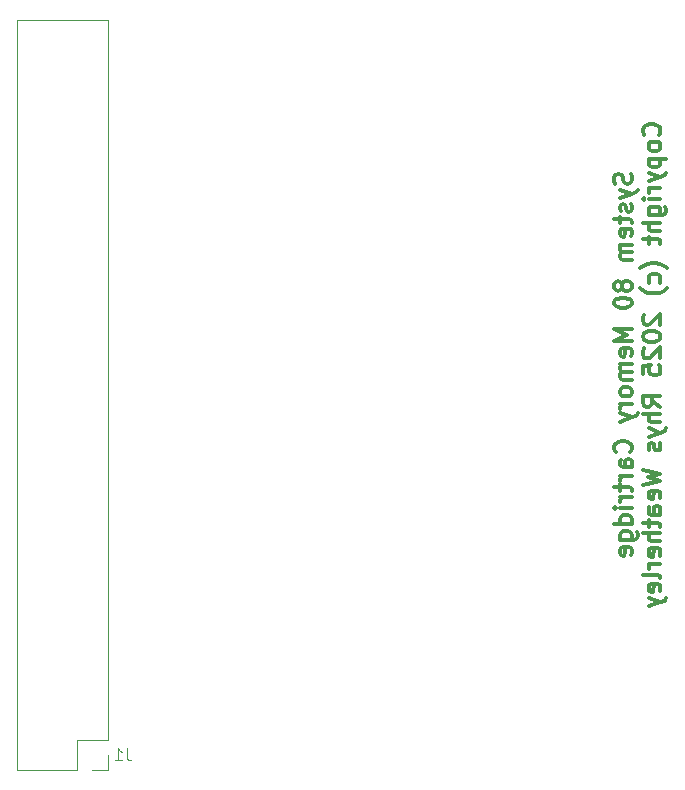
<source format=gbo>
G04 #@! TF.GenerationSoftware,KiCad,Pcbnew,8.0.9-8.0.9-0~ubuntu22.04.1*
G04 #@! TF.CreationDate,2025-06-29T10:23:49+10:00*
G04 #@! TF.ProjectId,Memory_Expansion_Cartridge,4d656d6f-7279-45f4-9578-70616e73696f,rev?*
G04 #@! TF.SameCoordinates,Original*
G04 #@! TF.FileFunction,Legend,Bot*
G04 #@! TF.FilePolarity,Positive*
%FSLAX46Y46*%
G04 Gerber Fmt 4.6, Leading zero omitted, Abs format (unit mm)*
G04 Created by KiCad (PCBNEW 8.0.9-8.0.9-0~ubuntu22.04.1) date 2025-06-29 10:23:49*
%MOMM*%
%LPD*%
G01*
G04 APERTURE LIST*
%ADD10C,0.300000*%
%ADD11C,0.100000*%
%ADD12C,0.120000*%
G04 APERTURE END LIST*
D10*
X150984484Y-68911430D02*
X151055912Y-69125716D01*
X151055912Y-69125716D02*
X151055912Y-69482858D01*
X151055912Y-69482858D02*
X150984484Y-69625716D01*
X150984484Y-69625716D02*
X150913055Y-69697144D01*
X150913055Y-69697144D02*
X150770198Y-69768573D01*
X150770198Y-69768573D02*
X150627341Y-69768573D01*
X150627341Y-69768573D02*
X150484484Y-69697144D01*
X150484484Y-69697144D02*
X150413055Y-69625716D01*
X150413055Y-69625716D02*
X150341626Y-69482858D01*
X150341626Y-69482858D02*
X150270198Y-69197144D01*
X150270198Y-69197144D02*
X150198769Y-69054287D01*
X150198769Y-69054287D02*
X150127341Y-68982858D01*
X150127341Y-68982858D02*
X149984484Y-68911430D01*
X149984484Y-68911430D02*
X149841626Y-68911430D01*
X149841626Y-68911430D02*
X149698769Y-68982858D01*
X149698769Y-68982858D02*
X149627341Y-69054287D01*
X149627341Y-69054287D02*
X149555912Y-69197144D01*
X149555912Y-69197144D02*
X149555912Y-69554287D01*
X149555912Y-69554287D02*
X149627341Y-69768573D01*
X150055912Y-70268572D02*
X151055912Y-70625715D01*
X150055912Y-70982858D02*
X151055912Y-70625715D01*
X151055912Y-70625715D02*
X151413055Y-70482858D01*
X151413055Y-70482858D02*
X151484484Y-70411429D01*
X151484484Y-70411429D02*
X151555912Y-70268572D01*
X150984484Y-71482858D02*
X151055912Y-71625715D01*
X151055912Y-71625715D02*
X151055912Y-71911429D01*
X151055912Y-71911429D02*
X150984484Y-72054286D01*
X150984484Y-72054286D02*
X150841626Y-72125715D01*
X150841626Y-72125715D02*
X150770198Y-72125715D01*
X150770198Y-72125715D02*
X150627341Y-72054286D01*
X150627341Y-72054286D02*
X150555912Y-71911429D01*
X150555912Y-71911429D02*
X150555912Y-71697144D01*
X150555912Y-71697144D02*
X150484484Y-71554286D01*
X150484484Y-71554286D02*
X150341626Y-71482858D01*
X150341626Y-71482858D02*
X150270198Y-71482858D01*
X150270198Y-71482858D02*
X150127341Y-71554286D01*
X150127341Y-71554286D02*
X150055912Y-71697144D01*
X150055912Y-71697144D02*
X150055912Y-71911429D01*
X150055912Y-71911429D02*
X150127341Y-72054286D01*
X150055912Y-72554287D02*
X150055912Y-73125715D01*
X149555912Y-72768572D02*
X150841626Y-72768572D01*
X150841626Y-72768572D02*
X150984484Y-72840001D01*
X150984484Y-72840001D02*
X151055912Y-72982858D01*
X151055912Y-72982858D02*
X151055912Y-73125715D01*
X150984484Y-74197144D02*
X151055912Y-74054287D01*
X151055912Y-74054287D02*
X151055912Y-73768573D01*
X151055912Y-73768573D02*
X150984484Y-73625715D01*
X150984484Y-73625715D02*
X150841626Y-73554287D01*
X150841626Y-73554287D02*
X150270198Y-73554287D01*
X150270198Y-73554287D02*
X150127341Y-73625715D01*
X150127341Y-73625715D02*
X150055912Y-73768573D01*
X150055912Y-73768573D02*
X150055912Y-74054287D01*
X150055912Y-74054287D02*
X150127341Y-74197144D01*
X150127341Y-74197144D02*
X150270198Y-74268573D01*
X150270198Y-74268573D02*
X150413055Y-74268573D01*
X150413055Y-74268573D02*
X150555912Y-73554287D01*
X151055912Y-74911429D02*
X150055912Y-74911429D01*
X150198769Y-74911429D02*
X150127341Y-74982858D01*
X150127341Y-74982858D02*
X150055912Y-75125715D01*
X150055912Y-75125715D02*
X150055912Y-75340001D01*
X150055912Y-75340001D02*
X150127341Y-75482858D01*
X150127341Y-75482858D02*
X150270198Y-75554287D01*
X150270198Y-75554287D02*
X151055912Y-75554287D01*
X150270198Y-75554287D02*
X150127341Y-75625715D01*
X150127341Y-75625715D02*
X150055912Y-75768572D01*
X150055912Y-75768572D02*
X150055912Y-75982858D01*
X150055912Y-75982858D02*
X150127341Y-76125715D01*
X150127341Y-76125715D02*
X150270198Y-76197144D01*
X150270198Y-76197144D02*
X151055912Y-76197144D01*
X150198769Y-78268572D02*
X150127341Y-78125715D01*
X150127341Y-78125715D02*
X150055912Y-78054286D01*
X150055912Y-78054286D02*
X149913055Y-77982858D01*
X149913055Y-77982858D02*
X149841626Y-77982858D01*
X149841626Y-77982858D02*
X149698769Y-78054286D01*
X149698769Y-78054286D02*
X149627341Y-78125715D01*
X149627341Y-78125715D02*
X149555912Y-78268572D01*
X149555912Y-78268572D02*
X149555912Y-78554286D01*
X149555912Y-78554286D02*
X149627341Y-78697144D01*
X149627341Y-78697144D02*
X149698769Y-78768572D01*
X149698769Y-78768572D02*
X149841626Y-78840001D01*
X149841626Y-78840001D02*
X149913055Y-78840001D01*
X149913055Y-78840001D02*
X150055912Y-78768572D01*
X150055912Y-78768572D02*
X150127341Y-78697144D01*
X150127341Y-78697144D02*
X150198769Y-78554286D01*
X150198769Y-78554286D02*
X150198769Y-78268572D01*
X150198769Y-78268572D02*
X150270198Y-78125715D01*
X150270198Y-78125715D02*
X150341626Y-78054286D01*
X150341626Y-78054286D02*
X150484484Y-77982858D01*
X150484484Y-77982858D02*
X150770198Y-77982858D01*
X150770198Y-77982858D02*
X150913055Y-78054286D01*
X150913055Y-78054286D02*
X150984484Y-78125715D01*
X150984484Y-78125715D02*
X151055912Y-78268572D01*
X151055912Y-78268572D02*
X151055912Y-78554286D01*
X151055912Y-78554286D02*
X150984484Y-78697144D01*
X150984484Y-78697144D02*
X150913055Y-78768572D01*
X150913055Y-78768572D02*
X150770198Y-78840001D01*
X150770198Y-78840001D02*
X150484484Y-78840001D01*
X150484484Y-78840001D02*
X150341626Y-78768572D01*
X150341626Y-78768572D02*
X150270198Y-78697144D01*
X150270198Y-78697144D02*
X150198769Y-78554286D01*
X149555912Y-79768572D02*
X149555912Y-79911429D01*
X149555912Y-79911429D02*
X149627341Y-80054286D01*
X149627341Y-80054286D02*
X149698769Y-80125715D01*
X149698769Y-80125715D02*
X149841626Y-80197143D01*
X149841626Y-80197143D02*
X150127341Y-80268572D01*
X150127341Y-80268572D02*
X150484484Y-80268572D01*
X150484484Y-80268572D02*
X150770198Y-80197143D01*
X150770198Y-80197143D02*
X150913055Y-80125715D01*
X150913055Y-80125715D02*
X150984484Y-80054286D01*
X150984484Y-80054286D02*
X151055912Y-79911429D01*
X151055912Y-79911429D02*
X151055912Y-79768572D01*
X151055912Y-79768572D02*
X150984484Y-79625715D01*
X150984484Y-79625715D02*
X150913055Y-79554286D01*
X150913055Y-79554286D02*
X150770198Y-79482857D01*
X150770198Y-79482857D02*
X150484484Y-79411429D01*
X150484484Y-79411429D02*
X150127341Y-79411429D01*
X150127341Y-79411429D02*
X149841626Y-79482857D01*
X149841626Y-79482857D02*
X149698769Y-79554286D01*
X149698769Y-79554286D02*
X149627341Y-79625715D01*
X149627341Y-79625715D02*
X149555912Y-79768572D01*
X151055912Y-82054285D02*
X149555912Y-82054285D01*
X149555912Y-82054285D02*
X150627341Y-82554285D01*
X150627341Y-82554285D02*
X149555912Y-83054285D01*
X149555912Y-83054285D02*
X151055912Y-83054285D01*
X150984484Y-84340000D02*
X151055912Y-84197143D01*
X151055912Y-84197143D02*
X151055912Y-83911429D01*
X151055912Y-83911429D02*
X150984484Y-83768571D01*
X150984484Y-83768571D02*
X150841626Y-83697143D01*
X150841626Y-83697143D02*
X150270198Y-83697143D01*
X150270198Y-83697143D02*
X150127341Y-83768571D01*
X150127341Y-83768571D02*
X150055912Y-83911429D01*
X150055912Y-83911429D02*
X150055912Y-84197143D01*
X150055912Y-84197143D02*
X150127341Y-84340000D01*
X150127341Y-84340000D02*
X150270198Y-84411429D01*
X150270198Y-84411429D02*
X150413055Y-84411429D01*
X150413055Y-84411429D02*
X150555912Y-83697143D01*
X151055912Y-85054285D02*
X150055912Y-85054285D01*
X150198769Y-85054285D02*
X150127341Y-85125714D01*
X150127341Y-85125714D02*
X150055912Y-85268571D01*
X150055912Y-85268571D02*
X150055912Y-85482857D01*
X150055912Y-85482857D02*
X150127341Y-85625714D01*
X150127341Y-85625714D02*
X150270198Y-85697143D01*
X150270198Y-85697143D02*
X151055912Y-85697143D01*
X150270198Y-85697143D02*
X150127341Y-85768571D01*
X150127341Y-85768571D02*
X150055912Y-85911428D01*
X150055912Y-85911428D02*
X150055912Y-86125714D01*
X150055912Y-86125714D02*
X150127341Y-86268571D01*
X150127341Y-86268571D02*
X150270198Y-86340000D01*
X150270198Y-86340000D02*
X151055912Y-86340000D01*
X151055912Y-87268571D02*
X150984484Y-87125714D01*
X150984484Y-87125714D02*
X150913055Y-87054285D01*
X150913055Y-87054285D02*
X150770198Y-86982857D01*
X150770198Y-86982857D02*
X150341626Y-86982857D01*
X150341626Y-86982857D02*
X150198769Y-87054285D01*
X150198769Y-87054285D02*
X150127341Y-87125714D01*
X150127341Y-87125714D02*
X150055912Y-87268571D01*
X150055912Y-87268571D02*
X150055912Y-87482857D01*
X150055912Y-87482857D02*
X150127341Y-87625714D01*
X150127341Y-87625714D02*
X150198769Y-87697143D01*
X150198769Y-87697143D02*
X150341626Y-87768571D01*
X150341626Y-87768571D02*
X150770198Y-87768571D01*
X150770198Y-87768571D02*
X150913055Y-87697143D01*
X150913055Y-87697143D02*
X150984484Y-87625714D01*
X150984484Y-87625714D02*
X151055912Y-87482857D01*
X151055912Y-87482857D02*
X151055912Y-87268571D01*
X151055912Y-88411428D02*
X150055912Y-88411428D01*
X150341626Y-88411428D02*
X150198769Y-88482857D01*
X150198769Y-88482857D02*
X150127341Y-88554286D01*
X150127341Y-88554286D02*
X150055912Y-88697143D01*
X150055912Y-88697143D02*
X150055912Y-88840000D01*
X150055912Y-89197142D02*
X151055912Y-89554285D01*
X150055912Y-89911428D02*
X151055912Y-89554285D01*
X151055912Y-89554285D02*
X151413055Y-89411428D01*
X151413055Y-89411428D02*
X151484484Y-89339999D01*
X151484484Y-89339999D02*
X151555912Y-89197142D01*
X150913055Y-92482856D02*
X150984484Y-92411428D01*
X150984484Y-92411428D02*
X151055912Y-92197142D01*
X151055912Y-92197142D02*
X151055912Y-92054285D01*
X151055912Y-92054285D02*
X150984484Y-91839999D01*
X150984484Y-91839999D02*
X150841626Y-91697142D01*
X150841626Y-91697142D02*
X150698769Y-91625713D01*
X150698769Y-91625713D02*
X150413055Y-91554285D01*
X150413055Y-91554285D02*
X150198769Y-91554285D01*
X150198769Y-91554285D02*
X149913055Y-91625713D01*
X149913055Y-91625713D02*
X149770198Y-91697142D01*
X149770198Y-91697142D02*
X149627341Y-91839999D01*
X149627341Y-91839999D02*
X149555912Y-92054285D01*
X149555912Y-92054285D02*
X149555912Y-92197142D01*
X149555912Y-92197142D02*
X149627341Y-92411428D01*
X149627341Y-92411428D02*
X149698769Y-92482856D01*
X151055912Y-93768571D02*
X150270198Y-93768571D01*
X150270198Y-93768571D02*
X150127341Y-93697142D01*
X150127341Y-93697142D02*
X150055912Y-93554285D01*
X150055912Y-93554285D02*
X150055912Y-93268571D01*
X150055912Y-93268571D02*
X150127341Y-93125713D01*
X150984484Y-93768571D02*
X151055912Y-93625713D01*
X151055912Y-93625713D02*
X151055912Y-93268571D01*
X151055912Y-93268571D02*
X150984484Y-93125713D01*
X150984484Y-93125713D02*
X150841626Y-93054285D01*
X150841626Y-93054285D02*
X150698769Y-93054285D01*
X150698769Y-93054285D02*
X150555912Y-93125713D01*
X150555912Y-93125713D02*
X150484484Y-93268571D01*
X150484484Y-93268571D02*
X150484484Y-93625713D01*
X150484484Y-93625713D02*
X150413055Y-93768571D01*
X151055912Y-94482856D02*
X150055912Y-94482856D01*
X150341626Y-94482856D02*
X150198769Y-94554285D01*
X150198769Y-94554285D02*
X150127341Y-94625714D01*
X150127341Y-94625714D02*
X150055912Y-94768571D01*
X150055912Y-94768571D02*
X150055912Y-94911428D01*
X150055912Y-95197142D02*
X150055912Y-95768570D01*
X149555912Y-95411427D02*
X150841626Y-95411427D01*
X150841626Y-95411427D02*
X150984484Y-95482856D01*
X150984484Y-95482856D02*
X151055912Y-95625713D01*
X151055912Y-95625713D02*
X151055912Y-95768570D01*
X151055912Y-96268570D02*
X150055912Y-96268570D01*
X150341626Y-96268570D02*
X150198769Y-96339999D01*
X150198769Y-96339999D02*
X150127341Y-96411428D01*
X150127341Y-96411428D02*
X150055912Y-96554285D01*
X150055912Y-96554285D02*
X150055912Y-96697142D01*
X151055912Y-97197141D02*
X150055912Y-97197141D01*
X149555912Y-97197141D02*
X149627341Y-97125713D01*
X149627341Y-97125713D02*
X149698769Y-97197141D01*
X149698769Y-97197141D02*
X149627341Y-97268570D01*
X149627341Y-97268570D02*
X149555912Y-97197141D01*
X149555912Y-97197141D02*
X149698769Y-97197141D01*
X151055912Y-98554285D02*
X149555912Y-98554285D01*
X150984484Y-98554285D02*
X151055912Y-98411427D01*
X151055912Y-98411427D02*
X151055912Y-98125713D01*
X151055912Y-98125713D02*
X150984484Y-97982856D01*
X150984484Y-97982856D02*
X150913055Y-97911427D01*
X150913055Y-97911427D02*
X150770198Y-97839999D01*
X150770198Y-97839999D02*
X150341626Y-97839999D01*
X150341626Y-97839999D02*
X150198769Y-97911427D01*
X150198769Y-97911427D02*
X150127341Y-97982856D01*
X150127341Y-97982856D02*
X150055912Y-98125713D01*
X150055912Y-98125713D02*
X150055912Y-98411427D01*
X150055912Y-98411427D02*
X150127341Y-98554285D01*
X150055912Y-99911428D02*
X151270198Y-99911428D01*
X151270198Y-99911428D02*
X151413055Y-99839999D01*
X151413055Y-99839999D02*
X151484484Y-99768570D01*
X151484484Y-99768570D02*
X151555912Y-99625713D01*
X151555912Y-99625713D02*
X151555912Y-99411428D01*
X151555912Y-99411428D02*
X151484484Y-99268570D01*
X150984484Y-99911428D02*
X151055912Y-99768570D01*
X151055912Y-99768570D02*
X151055912Y-99482856D01*
X151055912Y-99482856D02*
X150984484Y-99339999D01*
X150984484Y-99339999D02*
X150913055Y-99268570D01*
X150913055Y-99268570D02*
X150770198Y-99197142D01*
X150770198Y-99197142D02*
X150341626Y-99197142D01*
X150341626Y-99197142D02*
X150198769Y-99268570D01*
X150198769Y-99268570D02*
X150127341Y-99339999D01*
X150127341Y-99339999D02*
X150055912Y-99482856D01*
X150055912Y-99482856D02*
X150055912Y-99768570D01*
X150055912Y-99768570D02*
X150127341Y-99911428D01*
X150984484Y-101197142D02*
X151055912Y-101054285D01*
X151055912Y-101054285D02*
X151055912Y-100768571D01*
X151055912Y-100768571D02*
X150984484Y-100625713D01*
X150984484Y-100625713D02*
X150841626Y-100554285D01*
X150841626Y-100554285D02*
X150270198Y-100554285D01*
X150270198Y-100554285D02*
X150127341Y-100625713D01*
X150127341Y-100625713D02*
X150055912Y-100768571D01*
X150055912Y-100768571D02*
X150055912Y-101054285D01*
X150055912Y-101054285D02*
X150127341Y-101197142D01*
X150127341Y-101197142D02*
X150270198Y-101268571D01*
X150270198Y-101268571D02*
X150413055Y-101268571D01*
X150413055Y-101268571D02*
X150555912Y-100554285D01*
X153327971Y-65625715D02*
X153399400Y-65554287D01*
X153399400Y-65554287D02*
X153470828Y-65340001D01*
X153470828Y-65340001D02*
X153470828Y-65197144D01*
X153470828Y-65197144D02*
X153399400Y-64982858D01*
X153399400Y-64982858D02*
X153256542Y-64840001D01*
X153256542Y-64840001D02*
X153113685Y-64768572D01*
X153113685Y-64768572D02*
X152827971Y-64697144D01*
X152827971Y-64697144D02*
X152613685Y-64697144D01*
X152613685Y-64697144D02*
X152327971Y-64768572D01*
X152327971Y-64768572D02*
X152185114Y-64840001D01*
X152185114Y-64840001D02*
X152042257Y-64982858D01*
X152042257Y-64982858D02*
X151970828Y-65197144D01*
X151970828Y-65197144D02*
X151970828Y-65340001D01*
X151970828Y-65340001D02*
X152042257Y-65554287D01*
X152042257Y-65554287D02*
X152113685Y-65625715D01*
X153470828Y-66482858D02*
X153399400Y-66340001D01*
X153399400Y-66340001D02*
X153327971Y-66268572D01*
X153327971Y-66268572D02*
X153185114Y-66197144D01*
X153185114Y-66197144D02*
X152756542Y-66197144D01*
X152756542Y-66197144D02*
X152613685Y-66268572D01*
X152613685Y-66268572D02*
X152542257Y-66340001D01*
X152542257Y-66340001D02*
X152470828Y-66482858D01*
X152470828Y-66482858D02*
X152470828Y-66697144D01*
X152470828Y-66697144D02*
X152542257Y-66840001D01*
X152542257Y-66840001D02*
X152613685Y-66911430D01*
X152613685Y-66911430D02*
X152756542Y-66982858D01*
X152756542Y-66982858D02*
X153185114Y-66982858D01*
X153185114Y-66982858D02*
X153327971Y-66911430D01*
X153327971Y-66911430D02*
X153399400Y-66840001D01*
X153399400Y-66840001D02*
X153470828Y-66697144D01*
X153470828Y-66697144D02*
X153470828Y-66482858D01*
X152470828Y-67625715D02*
X153970828Y-67625715D01*
X152542257Y-67625715D02*
X152470828Y-67768573D01*
X152470828Y-67768573D02*
X152470828Y-68054287D01*
X152470828Y-68054287D02*
X152542257Y-68197144D01*
X152542257Y-68197144D02*
X152613685Y-68268573D01*
X152613685Y-68268573D02*
X152756542Y-68340001D01*
X152756542Y-68340001D02*
X153185114Y-68340001D01*
X153185114Y-68340001D02*
X153327971Y-68268573D01*
X153327971Y-68268573D02*
X153399400Y-68197144D01*
X153399400Y-68197144D02*
X153470828Y-68054287D01*
X153470828Y-68054287D02*
X153470828Y-67768573D01*
X153470828Y-67768573D02*
X153399400Y-67625715D01*
X152470828Y-68840001D02*
X153470828Y-69197144D01*
X152470828Y-69554287D02*
X153470828Y-69197144D01*
X153470828Y-69197144D02*
X153827971Y-69054287D01*
X153827971Y-69054287D02*
X153899400Y-68982858D01*
X153899400Y-68982858D02*
X153970828Y-68840001D01*
X153470828Y-70125715D02*
X152470828Y-70125715D01*
X152756542Y-70125715D02*
X152613685Y-70197144D01*
X152613685Y-70197144D02*
X152542257Y-70268573D01*
X152542257Y-70268573D02*
X152470828Y-70411430D01*
X152470828Y-70411430D02*
X152470828Y-70554287D01*
X153470828Y-71054286D02*
X152470828Y-71054286D01*
X151970828Y-71054286D02*
X152042257Y-70982858D01*
X152042257Y-70982858D02*
X152113685Y-71054286D01*
X152113685Y-71054286D02*
X152042257Y-71125715D01*
X152042257Y-71125715D02*
X151970828Y-71054286D01*
X151970828Y-71054286D02*
X152113685Y-71054286D01*
X152470828Y-72411430D02*
X153685114Y-72411430D01*
X153685114Y-72411430D02*
X153827971Y-72340001D01*
X153827971Y-72340001D02*
X153899400Y-72268572D01*
X153899400Y-72268572D02*
X153970828Y-72125715D01*
X153970828Y-72125715D02*
X153970828Y-71911430D01*
X153970828Y-71911430D02*
X153899400Y-71768572D01*
X153399400Y-72411430D02*
X153470828Y-72268572D01*
X153470828Y-72268572D02*
X153470828Y-71982858D01*
X153470828Y-71982858D02*
X153399400Y-71840001D01*
X153399400Y-71840001D02*
X153327971Y-71768572D01*
X153327971Y-71768572D02*
X153185114Y-71697144D01*
X153185114Y-71697144D02*
X152756542Y-71697144D01*
X152756542Y-71697144D02*
X152613685Y-71768572D01*
X152613685Y-71768572D02*
X152542257Y-71840001D01*
X152542257Y-71840001D02*
X152470828Y-71982858D01*
X152470828Y-71982858D02*
X152470828Y-72268572D01*
X152470828Y-72268572D02*
X152542257Y-72411430D01*
X153470828Y-73125715D02*
X151970828Y-73125715D01*
X153470828Y-73768573D02*
X152685114Y-73768573D01*
X152685114Y-73768573D02*
X152542257Y-73697144D01*
X152542257Y-73697144D02*
X152470828Y-73554287D01*
X152470828Y-73554287D02*
X152470828Y-73340001D01*
X152470828Y-73340001D02*
X152542257Y-73197144D01*
X152542257Y-73197144D02*
X152613685Y-73125715D01*
X152470828Y-74268573D02*
X152470828Y-74840001D01*
X151970828Y-74482858D02*
X153256542Y-74482858D01*
X153256542Y-74482858D02*
X153399400Y-74554287D01*
X153399400Y-74554287D02*
X153470828Y-74697144D01*
X153470828Y-74697144D02*
X153470828Y-74840001D01*
X154042257Y-76911430D02*
X153970828Y-76840001D01*
X153970828Y-76840001D02*
X153756542Y-76697144D01*
X153756542Y-76697144D02*
X153613685Y-76625716D01*
X153613685Y-76625716D02*
X153399400Y-76554287D01*
X153399400Y-76554287D02*
X153042257Y-76482858D01*
X153042257Y-76482858D02*
X152756542Y-76482858D01*
X152756542Y-76482858D02*
X152399400Y-76554287D01*
X152399400Y-76554287D02*
X152185114Y-76625716D01*
X152185114Y-76625716D02*
X152042257Y-76697144D01*
X152042257Y-76697144D02*
X151827971Y-76840001D01*
X151827971Y-76840001D02*
X151756542Y-76911430D01*
X153399400Y-78125716D02*
X153470828Y-77982858D01*
X153470828Y-77982858D02*
X153470828Y-77697144D01*
X153470828Y-77697144D02*
X153399400Y-77554287D01*
X153399400Y-77554287D02*
X153327971Y-77482858D01*
X153327971Y-77482858D02*
X153185114Y-77411430D01*
X153185114Y-77411430D02*
X152756542Y-77411430D01*
X152756542Y-77411430D02*
X152613685Y-77482858D01*
X152613685Y-77482858D02*
X152542257Y-77554287D01*
X152542257Y-77554287D02*
X152470828Y-77697144D01*
X152470828Y-77697144D02*
X152470828Y-77982858D01*
X152470828Y-77982858D02*
X152542257Y-78125716D01*
X154042257Y-78625715D02*
X153970828Y-78697144D01*
X153970828Y-78697144D02*
X153756542Y-78840001D01*
X153756542Y-78840001D02*
X153613685Y-78911430D01*
X153613685Y-78911430D02*
X153399400Y-78982858D01*
X153399400Y-78982858D02*
X153042257Y-79054287D01*
X153042257Y-79054287D02*
X152756542Y-79054287D01*
X152756542Y-79054287D02*
X152399400Y-78982858D01*
X152399400Y-78982858D02*
X152185114Y-78911430D01*
X152185114Y-78911430D02*
X152042257Y-78840001D01*
X152042257Y-78840001D02*
X151827971Y-78697144D01*
X151827971Y-78697144D02*
X151756542Y-78625715D01*
X152113685Y-80840001D02*
X152042257Y-80911429D01*
X152042257Y-80911429D02*
X151970828Y-81054287D01*
X151970828Y-81054287D02*
X151970828Y-81411429D01*
X151970828Y-81411429D02*
X152042257Y-81554287D01*
X152042257Y-81554287D02*
X152113685Y-81625715D01*
X152113685Y-81625715D02*
X152256542Y-81697144D01*
X152256542Y-81697144D02*
X152399400Y-81697144D01*
X152399400Y-81697144D02*
X152613685Y-81625715D01*
X152613685Y-81625715D02*
X153470828Y-80768572D01*
X153470828Y-80768572D02*
X153470828Y-81697144D01*
X151970828Y-82625715D02*
X151970828Y-82768572D01*
X151970828Y-82768572D02*
X152042257Y-82911429D01*
X152042257Y-82911429D02*
X152113685Y-82982858D01*
X152113685Y-82982858D02*
X152256542Y-83054286D01*
X152256542Y-83054286D02*
X152542257Y-83125715D01*
X152542257Y-83125715D02*
X152899400Y-83125715D01*
X152899400Y-83125715D02*
X153185114Y-83054286D01*
X153185114Y-83054286D02*
X153327971Y-82982858D01*
X153327971Y-82982858D02*
X153399400Y-82911429D01*
X153399400Y-82911429D02*
X153470828Y-82768572D01*
X153470828Y-82768572D02*
X153470828Y-82625715D01*
X153470828Y-82625715D02*
X153399400Y-82482858D01*
X153399400Y-82482858D02*
X153327971Y-82411429D01*
X153327971Y-82411429D02*
X153185114Y-82340000D01*
X153185114Y-82340000D02*
X152899400Y-82268572D01*
X152899400Y-82268572D02*
X152542257Y-82268572D01*
X152542257Y-82268572D02*
X152256542Y-82340000D01*
X152256542Y-82340000D02*
X152113685Y-82411429D01*
X152113685Y-82411429D02*
X152042257Y-82482858D01*
X152042257Y-82482858D02*
X151970828Y-82625715D01*
X152113685Y-83697143D02*
X152042257Y-83768571D01*
X152042257Y-83768571D02*
X151970828Y-83911429D01*
X151970828Y-83911429D02*
X151970828Y-84268571D01*
X151970828Y-84268571D02*
X152042257Y-84411429D01*
X152042257Y-84411429D02*
X152113685Y-84482857D01*
X152113685Y-84482857D02*
X152256542Y-84554286D01*
X152256542Y-84554286D02*
X152399400Y-84554286D01*
X152399400Y-84554286D02*
X152613685Y-84482857D01*
X152613685Y-84482857D02*
X153470828Y-83625714D01*
X153470828Y-83625714D02*
X153470828Y-84554286D01*
X151970828Y-85911428D02*
X151970828Y-85197142D01*
X151970828Y-85197142D02*
X152685114Y-85125714D01*
X152685114Y-85125714D02*
X152613685Y-85197142D01*
X152613685Y-85197142D02*
X152542257Y-85340000D01*
X152542257Y-85340000D02*
X152542257Y-85697142D01*
X152542257Y-85697142D02*
X152613685Y-85840000D01*
X152613685Y-85840000D02*
X152685114Y-85911428D01*
X152685114Y-85911428D02*
X152827971Y-85982857D01*
X152827971Y-85982857D02*
X153185114Y-85982857D01*
X153185114Y-85982857D02*
X153327971Y-85911428D01*
X153327971Y-85911428D02*
X153399400Y-85840000D01*
X153399400Y-85840000D02*
X153470828Y-85697142D01*
X153470828Y-85697142D02*
X153470828Y-85340000D01*
X153470828Y-85340000D02*
X153399400Y-85197142D01*
X153399400Y-85197142D02*
X153327971Y-85125714D01*
X153470828Y-88625713D02*
X152756542Y-88125713D01*
X153470828Y-87768570D02*
X151970828Y-87768570D01*
X151970828Y-87768570D02*
X151970828Y-88339999D01*
X151970828Y-88339999D02*
X152042257Y-88482856D01*
X152042257Y-88482856D02*
X152113685Y-88554285D01*
X152113685Y-88554285D02*
X152256542Y-88625713D01*
X152256542Y-88625713D02*
X152470828Y-88625713D01*
X152470828Y-88625713D02*
X152613685Y-88554285D01*
X152613685Y-88554285D02*
X152685114Y-88482856D01*
X152685114Y-88482856D02*
X152756542Y-88339999D01*
X152756542Y-88339999D02*
X152756542Y-87768570D01*
X153470828Y-89268570D02*
X151970828Y-89268570D01*
X153470828Y-89911428D02*
X152685114Y-89911428D01*
X152685114Y-89911428D02*
X152542257Y-89839999D01*
X152542257Y-89839999D02*
X152470828Y-89697142D01*
X152470828Y-89697142D02*
X152470828Y-89482856D01*
X152470828Y-89482856D02*
X152542257Y-89339999D01*
X152542257Y-89339999D02*
X152613685Y-89268570D01*
X152470828Y-90482856D02*
X153470828Y-90839999D01*
X152470828Y-91197142D02*
X153470828Y-90839999D01*
X153470828Y-90839999D02*
X153827971Y-90697142D01*
X153827971Y-90697142D02*
X153899400Y-90625713D01*
X153899400Y-90625713D02*
X153970828Y-90482856D01*
X153399400Y-91697142D02*
X153470828Y-91839999D01*
X153470828Y-91839999D02*
X153470828Y-92125713D01*
X153470828Y-92125713D02*
X153399400Y-92268570D01*
X153399400Y-92268570D02*
X153256542Y-92339999D01*
X153256542Y-92339999D02*
X153185114Y-92339999D01*
X153185114Y-92339999D02*
X153042257Y-92268570D01*
X153042257Y-92268570D02*
X152970828Y-92125713D01*
X152970828Y-92125713D02*
X152970828Y-91911428D01*
X152970828Y-91911428D02*
X152899400Y-91768570D01*
X152899400Y-91768570D02*
X152756542Y-91697142D01*
X152756542Y-91697142D02*
X152685114Y-91697142D01*
X152685114Y-91697142D02*
X152542257Y-91768570D01*
X152542257Y-91768570D02*
X152470828Y-91911428D01*
X152470828Y-91911428D02*
X152470828Y-92125713D01*
X152470828Y-92125713D02*
X152542257Y-92268570D01*
X151970828Y-93982856D02*
X153470828Y-94339999D01*
X153470828Y-94339999D02*
X152399400Y-94625713D01*
X152399400Y-94625713D02*
X153470828Y-94911428D01*
X153470828Y-94911428D02*
X151970828Y-95268571D01*
X153399400Y-96411428D02*
X153470828Y-96268571D01*
X153470828Y-96268571D02*
X153470828Y-95982857D01*
X153470828Y-95982857D02*
X153399400Y-95839999D01*
X153399400Y-95839999D02*
X153256542Y-95768571D01*
X153256542Y-95768571D02*
X152685114Y-95768571D01*
X152685114Y-95768571D02*
X152542257Y-95839999D01*
X152542257Y-95839999D02*
X152470828Y-95982857D01*
X152470828Y-95982857D02*
X152470828Y-96268571D01*
X152470828Y-96268571D02*
X152542257Y-96411428D01*
X152542257Y-96411428D02*
X152685114Y-96482857D01*
X152685114Y-96482857D02*
X152827971Y-96482857D01*
X152827971Y-96482857D02*
X152970828Y-95768571D01*
X153470828Y-97768571D02*
X152685114Y-97768571D01*
X152685114Y-97768571D02*
X152542257Y-97697142D01*
X152542257Y-97697142D02*
X152470828Y-97554285D01*
X152470828Y-97554285D02*
X152470828Y-97268571D01*
X152470828Y-97268571D02*
X152542257Y-97125713D01*
X153399400Y-97768571D02*
X153470828Y-97625713D01*
X153470828Y-97625713D02*
X153470828Y-97268571D01*
X153470828Y-97268571D02*
X153399400Y-97125713D01*
X153399400Y-97125713D02*
X153256542Y-97054285D01*
X153256542Y-97054285D02*
X153113685Y-97054285D01*
X153113685Y-97054285D02*
X152970828Y-97125713D01*
X152970828Y-97125713D02*
X152899400Y-97268571D01*
X152899400Y-97268571D02*
X152899400Y-97625713D01*
X152899400Y-97625713D02*
X152827971Y-97768571D01*
X152470828Y-98268571D02*
X152470828Y-98839999D01*
X151970828Y-98482856D02*
X153256542Y-98482856D01*
X153256542Y-98482856D02*
X153399400Y-98554285D01*
X153399400Y-98554285D02*
X153470828Y-98697142D01*
X153470828Y-98697142D02*
X153470828Y-98839999D01*
X153470828Y-99339999D02*
X151970828Y-99339999D01*
X153470828Y-99982857D02*
X152685114Y-99982857D01*
X152685114Y-99982857D02*
X152542257Y-99911428D01*
X152542257Y-99911428D02*
X152470828Y-99768571D01*
X152470828Y-99768571D02*
X152470828Y-99554285D01*
X152470828Y-99554285D02*
X152542257Y-99411428D01*
X152542257Y-99411428D02*
X152613685Y-99339999D01*
X153399400Y-101268571D02*
X153470828Y-101125714D01*
X153470828Y-101125714D02*
X153470828Y-100840000D01*
X153470828Y-100840000D02*
X153399400Y-100697142D01*
X153399400Y-100697142D02*
X153256542Y-100625714D01*
X153256542Y-100625714D02*
X152685114Y-100625714D01*
X152685114Y-100625714D02*
X152542257Y-100697142D01*
X152542257Y-100697142D02*
X152470828Y-100840000D01*
X152470828Y-100840000D02*
X152470828Y-101125714D01*
X152470828Y-101125714D02*
X152542257Y-101268571D01*
X152542257Y-101268571D02*
X152685114Y-101340000D01*
X152685114Y-101340000D02*
X152827971Y-101340000D01*
X152827971Y-101340000D02*
X152970828Y-100625714D01*
X153470828Y-101982856D02*
X152470828Y-101982856D01*
X152756542Y-101982856D02*
X152613685Y-102054285D01*
X152613685Y-102054285D02*
X152542257Y-102125714D01*
X152542257Y-102125714D02*
X152470828Y-102268571D01*
X152470828Y-102268571D02*
X152470828Y-102411428D01*
X153470828Y-103125713D02*
X153399400Y-102982856D01*
X153399400Y-102982856D02*
X153256542Y-102911427D01*
X153256542Y-102911427D02*
X151970828Y-102911427D01*
X153399400Y-104268570D02*
X153470828Y-104125713D01*
X153470828Y-104125713D02*
X153470828Y-103839999D01*
X153470828Y-103839999D02*
X153399400Y-103697141D01*
X153399400Y-103697141D02*
X153256542Y-103625713D01*
X153256542Y-103625713D02*
X152685114Y-103625713D01*
X152685114Y-103625713D02*
X152542257Y-103697141D01*
X152542257Y-103697141D02*
X152470828Y-103839999D01*
X152470828Y-103839999D02*
X152470828Y-104125713D01*
X152470828Y-104125713D02*
X152542257Y-104268570D01*
X152542257Y-104268570D02*
X152685114Y-104339999D01*
X152685114Y-104339999D02*
X152827971Y-104339999D01*
X152827971Y-104339999D02*
X152970828Y-103625713D01*
X152470828Y-104839998D02*
X153470828Y-105197141D01*
X152470828Y-105554284D02*
X153470828Y-105197141D01*
X153470828Y-105197141D02*
X153827971Y-105054284D01*
X153827971Y-105054284D02*
X153899400Y-104982855D01*
X153899400Y-104982855D02*
X153970828Y-104839998D01*
D11*
X108283333Y-117567419D02*
X108283333Y-118281704D01*
X108283333Y-118281704D02*
X108330952Y-118424561D01*
X108330952Y-118424561D02*
X108426190Y-118519800D01*
X108426190Y-118519800D02*
X108569047Y-118567419D01*
X108569047Y-118567419D02*
X108664285Y-118567419D01*
X107283333Y-118567419D02*
X107854761Y-118567419D01*
X107569047Y-118567419D02*
X107569047Y-117567419D01*
X107569047Y-117567419D02*
X107664285Y-117710276D01*
X107664285Y-117710276D02*
X107759523Y-117805514D01*
X107759523Y-117805514D02*
X107854761Y-117853133D01*
D12*
X99000000Y-55880000D02*
X99000000Y-119440000D01*
X104080000Y-116840000D02*
X104080000Y-119440000D01*
X104080000Y-119440000D02*
X99000000Y-119440000D01*
X106680000Y-55880000D02*
X99000000Y-55880000D01*
X106680000Y-55880000D02*
X106680000Y-116840000D01*
X106680000Y-116840000D02*
X104080000Y-116840000D01*
X106680000Y-118110000D02*
X106680000Y-119440000D01*
X106680000Y-119440000D02*
X105350000Y-119440000D01*
M02*

</source>
